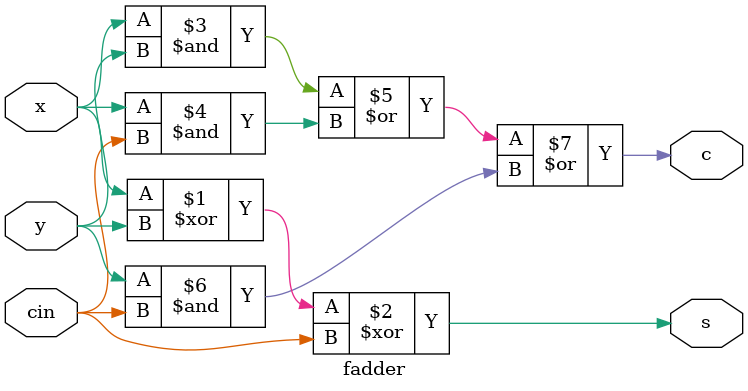
<source format=v>
`include "defines.v"

module fadder(
	input wire x,
	input wire y,
	input wire cin,
	
	output wire s,
	output wire c
);

	assign s = x ^ y ^ cin;
	assign c = x & y | x & cin | y & cin;
	
endmodule

</source>
